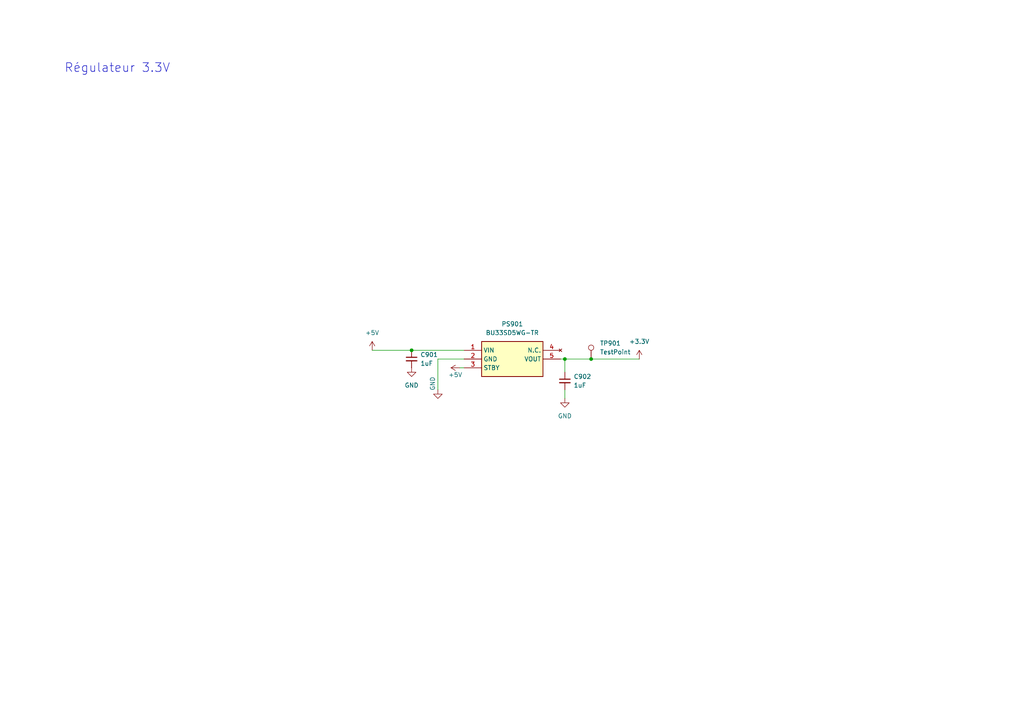
<source format=kicad_sch>
(kicad_sch (version 20231120) (generator "eeschema") (generator_version "8.0")
  (paper "A4")
  (lib_symbols
    (symbol "BU33SD5WG-TR:BU33SD5WG-TR"
      (property "Reference" "PS" (at 24.13 7.62 0))
      (property "Value" "BU33SD5WG-TR" (at 24.13 5.08 0))
      (symbol "BU33SD5WG-TR_1_1"
        (rectangle (start 5.08 2.54) (end 22.86 -7.62) (stroke (width 0.254)) (fill (type background)))
        (pin passive line (at 0 0 0) (length 5.08) (name "VIN") (number "1"))
        (pin passive line (at 0 -2.54 0) (length 5.08) (name "GND") (number "2"))
        (pin passive line (at 0 -5.08 0) (length 5.08) (name "STBY") (number "3"))
        (pin no_connect line (at 27.94 0 180) (length 5.08) (name "N.C.") (number "4"))
        (pin passive line (at 27.94 -2.54 180) (length 5.08) (name "VOUT") (number "5"))
      )
    )
    (symbol "Connector:TestPoint" (pin_numbers hide) (pin_names (offset 0.762) hide)
      (property "Reference" "TP" (at 0 6.858 0))
      (property "Value" "TestPoint" (at 0 5.08 0))
      (symbol "TestPoint_0_1"
        (circle (center 0 3.302) (radius 0.762))
      )
      (symbol "TestPoint_1_1"
        (pin passive line (at 0 0 90) (length 2.54) (name "1") (number "1"))
      )
    )
    (symbol "Device:C_Small" (pin_numbers hide) (pin_names (offset 0.254) hide)
      (property "Reference" "C" (at 0.254 1.778 0))
      (property "Value" "C_Small" (at 0.254 -2.032 0))
      (symbol "C_Small_0_1"
        (polyline (pts (xy -1.524 -0.508) (xy 1.524 -0.508)) (stroke (width 0.3302)))
        (polyline (pts (xy -1.524 0.508) (xy 1.524 0.508)) (stroke (width 0.3048)))
      )
      (symbol "C_Small_1_1"
        (pin passive line (at 0 2.54 270) (length 2.032) (name "~") (number "1"))
        (pin passive line (at 0 -2.54 90) (length 2.032) (name "~") (number "2"))
      )
    )
    (symbol "power:+3.3V" (power) (pin_numbers hide) (pin_names (offset 0) hide)
      (property "Value" "+3.3V" (at 0 3.556 0))
      (symbol "+3.3V_0_1"
        (polyline (pts (xy -0.762 1.27) (xy 0 2.54)))
        (polyline (pts (xy 0 0) (xy 0 2.54)))
        (polyline (pts (xy 0 2.54) (xy 0.762 1.27)))
      )
      (symbol "+3.3V_1_1"
        (pin power_in line (at 0 0 90) (length 0) (name "~") (number "1"))
      )
    )
    (symbol "power:+5V" (power) (pin_numbers hide) (pin_names (offset 0) hide)
      (property "Value" "+5V" (at 0 3.556 0))
      (symbol "+5V_0_1"
        (polyline (pts (xy -0.762 1.27) (xy 0 2.54)))
        (polyline (pts (xy 0 0) (xy 0 2.54)))
        (polyline (pts (xy 0 2.54) (xy 0.762 1.27)))
      )
      (symbol "+5V_1_1"
        (pin power_in line (at 0 0 90) (length 0) (name "~") (number "1"))
      )
    )
    (symbol "power:GND" (power) (pin_numbers hide) (pin_names (offset 0) hide)
      (property "Value" "GND" (at 0 -3.81 0))
      (symbol "GND_0_1"
        (polyline (pts (xy 0 0) (xy 0 -1.27) (xy 1.27 -1.27) (xy 0 -2.54) (xy -1.27 -1.27) (xy 0 -1.27)))
      )
      (symbol "GND_1_1"
        (pin power_in line (at 0 0 270) (length 0) (name "~") (number "1"))
      )
    )
  )
  (junction (at 119.38 101.6))
  (junction (at 171.45 104.14))
  (junction (at 163.83 104.14))
  (wire (pts (xy 163.83 104.14) (xy 163.83 107.95)))
  (wire (pts (xy 119.38 101.6) (xy 134.62 101.6)))
  (wire (pts (xy 134.62 106.68) (xy 133.35 106.68)))
  (wire (pts (xy 127 104.14) (xy 134.62 104.14)))
  (wire (pts (xy 162.56 104.14) (xy 163.83 104.14)))
  (wire (pts (xy 171.45 104.14) (xy 185.42 104.14)))
  (wire (pts (xy 107.95 101.6) (xy 119.38 101.6)))
  (wire (pts (xy 163.83 104.14) (xy 171.45 104.14)))
  (wire (pts (xy 127 113.03) (xy 127 104.14)))
  (wire (pts (xy 163.83 115.57) (xy 163.83 113.03)))
  (text "Régulateur 3.3V" (at 34.036 19.812 0) (effects (font (size 2.54 2.54))))
  (symbol (lib_id "power:+3.3V") (at 185.42 104.14 0) (unit 1)
    (property "Reference" "#PWR0905" (effects (hide yes)))
    (property "Value" "+3.3V" (at 185.42 99.06 0))
    (property "Description" "Power symbol creates a global label with name \"+3.3V\"" (effects (hide yes)))
  )
  (symbol (lib_id "power:GND") (at 127 113.03 0) (unit 1)
    (property "Reference" "#PWR0902" (effects (hide yes)))
    (property "Value" "GND" (at 125.476 111.252 90))
    (property "Description" "Power symbol creates a global label with name \"GND\" , ground" (effects (hide yes)))
  )
  (symbol (lib_id "Connector:TestPoint") (at 171.45 104.14 0) (unit 1)
    (property "Reference" "TP901" (at 173.99 99.5679 0) (effects (justify left)))
    (property "Value" "TestPoint" (at 173.99 102.1079 0) (effects (justify left)))
    (property "Footprint" "TestPoint:TestPoint_Pad_D1.5mm" (effects (hide yes)))
    (property "Description" "test point" (effects (hide yes)))
  )
  (symbol (lib_id "power:+5V") (at 133.35 106.68 90) (unit 1)
    (property "Reference" "#PWR0906" (effects (hide yes)))
    (property "Value" "+5V" (at 134.112 108.712 90) (effects (justify left)))
    (property "Description" "Power symbol creates a global label with name \"+5V\"" (effects (hide yes)))
  )
  (symbol (lib_id "Device:C_Small") (at 163.83 110.49 0) (unit 1)
    (property "Reference" "C902" (at 166.37 109.2262 0) (effects (justify left)))
    (property "Value" "1uF" (at 166.37 111.7662 0) (effects (justify left)))
    (property "Footprint" "Capacitor_SMD:C_0603_1608Metric" (effects (hide yes)))
    (property "Description" "Unpolarized capacitor, small symbol" (effects (hide yes)))
  )
  (symbol (lib_id "BU33SD5WG-TR:BU33SD5WG-TR") (at 134.62 101.6 0) (unit 1)
    (property "Reference" "PS901" (at 148.59 93.98 0))
    (property "Value" "BU33SD5WG-TR" (at 148.59 96.52 0))
    (property "Footprint" "Package_TO_SOT_SMD:SOT-23-5" (effects (hide yes)))
    (property "Datasheet" "https://componentsearchengine.com/Datasheets/1/BU33SD5WG-TR.pdf" (effects (hide yes)))
    (property "Description" "LDO regulator,3.3V,0.5A,standby,SSOP5 ROHM BU33SD5WG-TR, LDO Voltage Regulator, 0.5A, 3.3 V +/-2%, 1.7  6 Vin, 5-Pin SSOP" (effects (hide yes)))
    (property "Height" "1.25" (effects (hide yes)))
    (property "Manufacturer_Name" "ROHM Semiconductor" (effects (hide yes)))
    (property "Manufacturer_Part_Number" "BU33SD5WG-TR" (effects (hide yes)))
    (property "Mouser Part Number" "755-BU33SD5WG-TR" (effects (hide yes)))
    (property "Mouser Price/Stock" "https://www.mouser.co.uk/ProductDetail/ROHM-Semiconductor/BU33SD5WG-TR?qs=%2FKR40Cd6GUrQDzRkUEt69Q%3D%3D" (effects (hide yes)))
  )
  (symbol (lib_id "power:+5V") (at 107.95 101.6 0) (unit 1)
    (property "Reference" "#PWR0904" (effects (hide yes)))
    (property "Value" "+5V" (at 107.95 96.52 0))
    (property "Description" "Power symbol creates a global label with name \"+5V\"" (effects (hide yes)))
  )
  (symbol (lib_id "Device:C_Small") (at 119.38 104.14 0) (unit 1)
    (property "Reference" "C901" (at 121.92 102.8762 0) (effects (justify left)))
    (property "Value" "1uF" (at 121.92 105.4162 0) (effects (justify left)))
    (property "Footprint" "Capacitor_SMD:C_0603_1608Metric" (effects (hide yes)))
    (property "Description" "Unpolarized capacitor, small symbol" (effects (hide yes)))
  )
  (symbol (lib_id "power:GND") (at 119.38 106.68 0) (unit 1)
    (property "Reference" "#PWR0901" (effects (hide yes)))
    (property "Value" "GND" (at 119.38 111.76 0))
    (property "Description" "Power symbol creates a global label with name \"GND\" , ground" (effects (hide yes)))
  )
  (symbol (lib_id "power:GND") (at 163.83 115.57 0) (unit 1)
    (property "Reference" "#PWR0903" (effects (hide yes)))
    (property "Value" "GND" (at 163.83 120.65 0))
    (property "Description" "Power symbol creates a global label with name \"GND\" , ground" (effects (hide yes)))
  )
)
</source>
